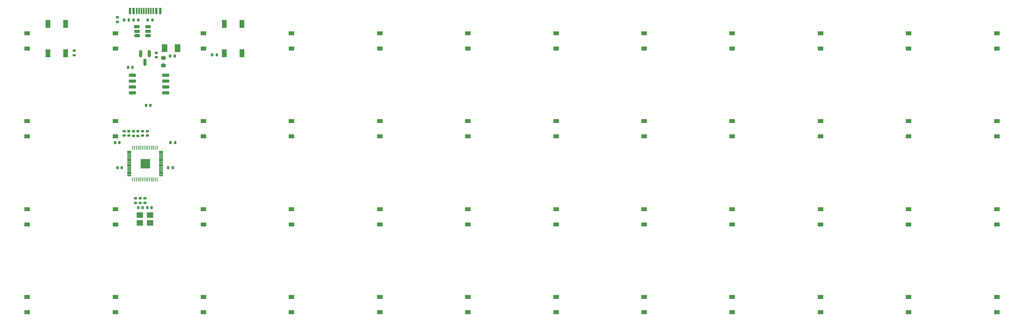
<source format=gbr>
%TF.GenerationSoftware,KiCad,Pcbnew,(6.0.1)*%
%TF.CreationDate,2022-03-25T00:59:22-04:00*%
%TF.ProjectId,OOPS-All-Knobs,4f4f5053-2d41-46c6-9c2d-4b6e6f62732e,rev?*%
%TF.SameCoordinates,Original*%
%TF.FileFunction,Paste,Bot*%
%TF.FilePolarity,Positive*%
%FSLAX46Y46*%
G04 Gerber Fmt 4.6, Leading zero omitted, Abs format (unit mm)*
G04 Created by KiCad (PCBNEW (6.0.1)) date 2022-03-25 00:59:22*
%MOMM*%
%LPD*%
G01*
G04 APERTURE LIST*
G04 Aperture macros list*
%AMRoundRect*
0 Rectangle with rounded corners*
0 $1 Rounding radius*
0 $2 $3 $4 $5 $6 $7 $8 $9 X,Y pos of 4 corners*
0 Add a 4 corners polygon primitive as box body*
4,1,4,$2,$3,$4,$5,$6,$7,$8,$9,$2,$3,0*
0 Add four circle primitives for the rounded corners*
1,1,$1+$1,$2,$3*
1,1,$1+$1,$4,$5*
1,1,$1+$1,$6,$7*
1,1,$1+$1,$8,$9*
0 Add four rect primitives between the rounded corners*
20,1,$1+$1,$2,$3,$4,$5,0*
20,1,$1+$1,$4,$5,$6,$7,0*
20,1,$1+$1,$6,$7,$8,$9,0*
20,1,$1+$1,$8,$9,$2,$3,0*%
G04 Aperture macros list end*
%ADD10C,0.010000*%
%ADD11R,1.200000X0.900000*%
%ADD12RoundRect,0.140000X-0.170000X0.140000X-0.170000X-0.140000X0.170000X-0.140000X0.170000X0.140000X0*%
%ADD13RoundRect,0.140000X-0.140000X-0.170000X0.140000X-0.170000X0.140000X0.170000X-0.140000X0.170000X0*%
%ADD14RoundRect,0.140000X0.140000X0.170000X-0.140000X0.170000X-0.140000X-0.170000X0.140000X-0.170000X0*%
%ADD15RoundRect,0.135000X0.185000X-0.135000X0.185000X0.135000X-0.185000X0.135000X-0.185000X-0.135000X0*%
%ADD16RoundRect,0.150000X-0.150000X0.587500X-0.150000X-0.587500X0.150000X-0.587500X0.150000X0.587500X0*%
%ADD17RoundRect,0.140000X0.170000X-0.140000X0.170000X0.140000X-0.170000X0.140000X-0.170000X-0.140000X0*%
%ADD18R,1.000000X1.700000*%
%ADD19RoundRect,0.250000X0.375000X0.625000X-0.375000X0.625000X-0.375000X-0.625000X0.375000X-0.625000X0*%
%ADD20R,1.400000X1.200000*%
%ADD21RoundRect,0.150000X0.650000X0.150000X-0.650000X0.150000X-0.650000X-0.150000X0.650000X-0.150000X0*%
%ADD22R,0.600000X1.450000*%
%ADD23R,0.300000X1.450000*%
%ADD24RoundRect,0.135000X0.135000X0.185000X-0.135000X0.185000X-0.135000X-0.185000X0.135000X-0.185000X0*%
%ADD25RoundRect,0.135000X-0.135000X-0.185000X0.135000X-0.185000X0.135000X0.185000X-0.135000X0.185000X0*%
%ADD26RoundRect,0.150000X-0.475000X-0.150000X0.475000X-0.150000X0.475000X0.150000X-0.475000X0.150000X0*%
%ADD27RoundRect,0.200000X-0.275000X0.200000X-0.275000X-0.200000X0.275000X-0.200000X0.275000X0.200000X0*%
%ADD28RoundRect,0.006000X0.414000X0.094000X-0.414000X0.094000X-0.414000X-0.094000X0.414000X-0.094000X0*%
%ADD29RoundRect,0.020000X0.080000X0.400000X-0.080000X0.400000X-0.080000X-0.400000X0.080000X-0.400000X0*%
G04 APERTURE END LIST*
D10*
%TO.C,U3*%
X63480000Y-55520000D02*
X61520000Y-55520000D01*
X61520000Y-55520000D02*
X61520000Y-57480000D01*
X61520000Y-57480000D02*
X63480000Y-57480000D01*
X63480000Y-57480000D02*
X63480000Y-55520000D01*
G36*
X63480000Y-57480000D02*
G01*
X61520000Y-57480000D01*
X61520000Y-55520000D01*
X63480000Y-55520000D01*
X63480000Y-57480000D01*
G37*
X63480000Y-57480000D02*
X61520000Y-57480000D01*
X61520000Y-55520000D01*
X63480000Y-55520000D01*
X63480000Y-57480000D01*
%TD*%
D11*
%TO.C,D44*%
X170100000Y-88650000D03*
X170100000Y-85350000D03*
%TD*%
%TO.C,D9*%
X189100000Y-31650000D03*
X189100000Y-28350000D03*
%TD*%
%TO.C,D28*%
X94100000Y-69650000D03*
X94100000Y-66350000D03*
%TD*%
D12*
%TO.C,C10*%
X61493450Y-64030666D03*
X61493450Y-64990666D03*
%TD*%
D11*
%TO.C,D4*%
X94100000Y-31650000D03*
X94100000Y-28350000D03*
%TD*%
%TO.C,D1*%
X37100000Y-31650000D03*
X37100000Y-28350000D03*
%TD*%
D13*
%TO.C,C14*%
X68020000Y-52000000D03*
X68980000Y-52000000D03*
%TD*%
D11*
%TO.C,D23*%
X227100000Y-50650000D03*
X227100000Y-47350000D03*
%TD*%
%TO.C,D45*%
X189100000Y-88650000D03*
X189100000Y-85350000D03*
%TD*%
D14*
%TO.C,C4*%
X59780000Y-35700000D03*
X58820000Y-35700000D03*
%TD*%
D11*
%TO.C,D43*%
X151100000Y-88650000D03*
X151100000Y-85350000D03*
%TD*%
%TO.C,D38*%
X56100000Y-88650000D03*
X56100000Y-85350000D03*
%TD*%
D15*
%TO.C,R3*%
X56600000Y-25910000D03*
X56600000Y-24890000D03*
%TD*%
%TO.C,R8*%
X62500000Y-65020666D03*
X62500000Y-64000666D03*
%TD*%
D11*
%TO.C,D16*%
X94100000Y-50650000D03*
X94100000Y-47350000D03*
%TD*%
D13*
%TO.C,C6*%
X62993450Y-66010666D03*
X63953450Y-66010666D03*
%TD*%
D11*
%TO.C,D11*%
X227100000Y-31650000D03*
X227100000Y-28350000D03*
%TD*%
D16*
%TO.C,U1*%
X61534775Y-32780929D03*
X63434775Y-32780929D03*
X62484775Y-34655929D03*
%TD*%
D11*
%TO.C,D26*%
X56100000Y-69650000D03*
X56100000Y-66350000D03*
%TD*%
D17*
%TO.C,C8*%
X63000000Y-50480000D03*
X63000000Y-49520000D03*
%TD*%
D11*
%TO.C,D13*%
X37100000Y-50650000D03*
X37100000Y-47350000D03*
%TD*%
%TO.C,D39*%
X75100000Y-88650000D03*
X75100000Y-85350000D03*
%TD*%
%TO.C,D5*%
X113100000Y-31650000D03*
X113100000Y-28350000D03*
%TD*%
D18*
%TO.C,SW1*%
X83400000Y-32650000D03*
X83400000Y-26350000D03*
X79600000Y-26350000D03*
X79600000Y-32650000D03*
%TD*%
D11*
%TO.C,D19*%
X151100000Y-50650000D03*
X151100000Y-47350000D03*
%TD*%
%TO.C,D22*%
X208100000Y-50650000D03*
X208100000Y-47350000D03*
%TD*%
%TO.C,D36*%
X246100000Y-69650000D03*
X246100000Y-66350000D03*
%TD*%
D19*
%TO.C,F1*%
X69500000Y-31600000D03*
X66700000Y-31600000D03*
%TD*%
D14*
%TO.C,C12*%
X56980000Y-52000000D03*
X56020000Y-52000000D03*
%TD*%
D11*
%TO.C,D27*%
X75100000Y-69650000D03*
X75100000Y-66350000D03*
%TD*%
D20*
%TO.C,Y1*%
X61393450Y-67660666D03*
X63593450Y-67660666D03*
X63593450Y-69360666D03*
X61393450Y-69360666D03*
%TD*%
D13*
%TO.C,C5*%
X61013450Y-66010666D03*
X61973450Y-66010666D03*
%TD*%
D15*
%TO.C,R6*%
X60000000Y-50510000D03*
X60000000Y-49490000D03*
%TD*%
D11*
%TO.C,D21*%
X189100000Y-50650000D03*
X189100000Y-47350000D03*
%TD*%
%TO.C,D14*%
X56100000Y-50650000D03*
X56100000Y-47350000D03*
%TD*%
D21*
%TO.C,U2*%
X67000000Y-37395000D03*
X67000000Y-38665000D03*
X67000000Y-39935000D03*
X67000000Y-41205000D03*
X59800000Y-41205000D03*
X59800000Y-39935000D03*
X59800000Y-38665000D03*
X59800000Y-37395000D03*
%TD*%
D17*
%TO.C,C11*%
X62000000Y-50480000D03*
X62000000Y-49520000D03*
%TD*%
D22*
%TO.C,J1*%
X59250000Y-23545000D03*
X60050000Y-23545000D03*
D23*
X61250000Y-23545000D03*
X62250000Y-23545000D03*
X62750000Y-23545000D03*
X63750000Y-23545000D03*
D22*
X64950000Y-23545000D03*
X65750000Y-23545000D03*
X65750000Y-23545000D03*
X64950000Y-23545000D03*
D23*
X64250000Y-23545000D03*
X63250000Y-23545000D03*
X61750000Y-23545000D03*
X60750000Y-23545000D03*
D22*
X60050000Y-23545000D03*
X59250000Y-23545000D03*
%TD*%
D11*
%TO.C,D37*%
X37100000Y-88650000D03*
X37100000Y-85350000D03*
%TD*%
D24*
%TO.C,R2*%
X64110000Y-25500000D03*
X63090000Y-25500000D03*
%TD*%
D11*
%TO.C,D30*%
X132100000Y-69650000D03*
X132100000Y-66350000D03*
%TD*%
%TO.C,D35*%
X227100000Y-69650000D03*
X227100000Y-66350000D03*
%TD*%
%TO.C,D10*%
X208100000Y-31650000D03*
X208100000Y-28350000D03*
%TD*%
%TO.C,D12*%
X246100000Y-31650000D03*
X246100000Y-28350000D03*
%TD*%
D13*
%TO.C,C1*%
X67920000Y-33300000D03*
X68880000Y-33300000D03*
%TD*%
D18*
%TO.C,SW2*%
X41600000Y-32650000D03*
X41600000Y-26350000D03*
X45400000Y-26350000D03*
X45400000Y-32650000D03*
%TD*%
D11*
%TO.C,D18*%
X132100000Y-50650000D03*
X132100000Y-47350000D03*
%TD*%
D12*
%TO.C,C2*%
X64952007Y-32561545D03*
X64952007Y-33521545D03*
%TD*%
D11*
%TO.C,D34*%
X208100000Y-69650000D03*
X208100000Y-66350000D03*
%TD*%
D25*
%TO.C,R5*%
X76990000Y-33000000D03*
X78010000Y-33000000D03*
%TD*%
D15*
%TO.C,R9*%
X47254470Y-33124010D03*
X47254470Y-32104010D03*
%TD*%
D17*
%TO.C,C18*%
X59000000Y-50480000D03*
X59000000Y-49520000D03*
%TD*%
D24*
%TO.C,R1*%
X61010000Y-25500000D03*
X59990000Y-25500000D03*
%TD*%
D14*
%TO.C,C13*%
X57480000Y-57400000D03*
X56520000Y-57400000D03*
%TD*%
D11*
%TO.C,D3*%
X75100000Y-31650000D03*
X75100000Y-28350000D03*
%TD*%
D17*
%TO.C,C17*%
X58000000Y-50480000D03*
X58000000Y-49520000D03*
%TD*%
D11*
%TO.C,D48*%
X246100000Y-88650000D03*
X246100000Y-85350000D03*
%TD*%
D13*
%TO.C,C9*%
X67520000Y-57400000D03*
X68480000Y-57400000D03*
%TD*%
D11*
%TO.C,D31*%
X151100000Y-69650000D03*
X151100000Y-66350000D03*
%TD*%
%TO.C,D42*%
X132100000Y-88650000D03*
X132100000Y-85350000D03*
%TD*%
D26*
%TO.C,U4*%
X60825000Y-28850000D03*
X60825000Y-27900000D03*
X60750000Y-26950000D03*
X63175000Y-26950000D03*
X63175000Y-27900000D03*
X63175000Y-28850000D03*
%TD*%
D27*
%TO.C,R4*%
X66500000Y-33675000D03*
X66500000Y-35325000D03*
%TD*%
D11*
%TO.C,D32*%
X170100000Y-69650000D03*
X170100000Y-66350000D03*
%TD*%
D15*
%TO.C,R7*%
X61000000Y-50510000D03*
X61000000Y-49490000D03*
%TD*%
D11*
%TO.C,D25*%
X37100000Y-69650000D03*
X37100000Y-66350000D03*
%TD*%
%TO.C,D24*%
X246100000Y-50650000D03*
X246100000Y-47350000D03*
%TD*%
%TO.C,D41*%
X113100000Y-88650000D03*
X113100000Y-85350000D03*
%TD*%
%TO.C,D40*%
X94100000Y-88650000D03*
X94100000Y-85350000D03*
%TD*%
%TO.C,D8*%
X170100000Y-31650000D03*
X170100000Y-28350000D03*
%TD*%
%TO.C,D47*%
X227100000Y-88650000D03*
X227100000Y-85350000D03*
%TD*%
%TO.C,D33*%
X189100000Y-69650000D03*
X189100000Y-66350000D03*
%TD*%
%TO.C,D20*%
X170100000Y-50650000D03*
X170100000Y-47350000D03*
%TD*%
%TO.C,D29*%
X113100000Y-69650000D03*
X113100000Y-66350000D03*
%TD*%
D28*
%TO.C,U3*%
X65935000Y-53900000D03*
X65935000Y-54300000D03*
X65935000Y-54700000D03*
X65935000Y-55100000D03*
X65935000Y-55500000D03*
X65935000Y-55900000D03*
X65935000Y-56300000D03*
X65935000Y-56700000D03*
X65935000Y-57100000D03*
X65935000Y-57500000D03*
X65935000Y-57900000D03*
X65935000Y-58300000D03*
X65935000Y-58700000D03*
X65935000Y-59100000D03*
D29*
X65100000Y-59935000D03*
X64700000Y-59935000D03*
X64300000Y-59935000D03*
X63900000Y-59935000D03*
X63500000Y-59935000D03*
X63100000Y-59935000D03*
X62700000Y-59935000D03*
X62300000Y-59935000D03*
X61900000Y-59935000D03*
X61500000Y-59935000D03*
X61100000Y-59935000D03*
X60700000Y-59935000D03*
X60300000Y-59935000D03*
X59900000Y-59935000D03*
D28*
X59065000Y-59100000D03*
X59065000Y-58700000D03*
X59065000Y-58300000D03*
X59065000Y-57900000D03*
X59065000Y-57500000D03*
X59065000Y-57100000D03*
X59065000Y-56700000D03*
X59065000Y-56300000D03*
X59065000Y-55900000D03*
X59065000Y-55500000D03*
X59065000Y-55100000D03*
X59065000Y-54700000D03*
X59065000Y-54300000D03*
X59065000Y-53900000D03*
D29*
X59900000Y-53065000D03*
X60300000Y-53065000D03*
X60700000Y-53065000D03*
X61100000Y-53065000D03*
X61500000Y-53065000D03*
X61900000Y-53065000D03*
X62300000Y-53065000D03*
X62700000Y-53065000D03*
X63100000Y-53065000D03*
X63500000Y-53065000D03*
X63900000Y-53065000D03*
X64300000Y-53065000D03*
X64700000Y-53065000D03*
X65100000Y-53065000D03*
%TD*%
D11*
%TO.C,D2*%
X56100000Y-31650000D03*
X56100000Y-28350000D03*
%TD*%
%TO.C,D15*%
X75100000Y-50650000D03*
X75100000Y-47350000D03*
%TD*%
%TO.C,D17*%
X113100000Y-50650000D03*
X113100000Y-47350000D03*
%TD*%
%TO.C,D6*%
X132100000Y-31650000D03*
X132100000Y-28350000D03*
%TD*%
D12*
%TO.C,C7*%
X60493450Y-64030666D03*
X60493450Y-64990666D03*
%TD*%
D11*
%TO.C,D7*%
X151100000Y-31650000D03*
X151100000Y-28350000D03*
%TD*%
D13*
%TO.C,C15*%
X62720000Y-43900000D03*
X63680000Y-43900000D03*
%TD*%
D14*
%TO.C,C3*%
X59000000Y-25500000D03*
X58040000Y-25500000D03*
%TD*%
D11*
%TO.C,D46*%
X208100000Y-88650000D03*
X208100000Y-85350000D03*
%TD*%
M02*

</source>
